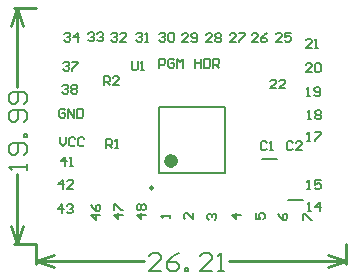
<source format=gto>
%FSLAX25Y25*%
%MOIN*%
G70*
G01*
G75*
G04 Layer_Color=65535*
%ADD10R,0.05906X0.05118*%
%ADD11O,0.06890X0.01181*%
%ADD12O,0.01181X0.06890*%
%ADD13R,0.05118X0.05906*%
%ADD14C,0.00700*%
%ADD15C,0.04724*%
%ADD16R,0.04724X0.04724*%
%ADD17R,0.04724X0.04724*%
%ADD18C,0.03150*%
%ADD19C,0.02362*%
%ADD20C,0.00984*%
%ADD21C,0.01000*%
%ADD22C,0.00787*%
%ADD23C,0.00500*%
%ADD24C,0.00600*%
D19*
X46054Y27622D02*
G03*
X46054Y27622I-1181J0D01*
G01*
D20*
X38869Y18666D02*
G03*
X38869Y18666I-492J0D01*
G01*
D21*
X-7605Y78691D02*
X0D01*
X-7605Y0D02*
X0D01*
X-6605Y52341D02*
Y78691D01*
Y0D02*
Y23150D01*
X-8605Y72691D02*
X-6605Y78691D01*
X-4605Y72691D01*
X-6605Y0D02*
X-4605Y6000D01*
X-8605D02*
X-6605Y0D01*
X103200Y-6610D02*
Y0D01*
X0Y-6610D02*
Y0D01*
X64096Y-5610D02*
X103200D01*
X0D02*
X35904D01*
X97200Y-3610D02*
X103200Y-5610D01*
X97200Y-7610D02*
X103200Y-5610D01*
X0D02*
X6000Y-7610D01*
X0Y-5610D02*
X6000Y-3610D01*
D22*
X83801Y14503D02*
X88919D01*
X62983Y23685D02*
Y45733D01*
X40936Y23685D02*
Y45733D01*
X62983D01*
X40936Y23685D02*
X62983D01*
X75101Y28289D02*
X80219D01*
D23*
X41021Y58763D02*
Y61762D01*
X42521D01*
X43021Y61262D01*
Y60263D01*
X42521Y59763D01*
X41021D01*
X46020Y61262D02*
X45520Y61762D01*
X44520D01*
X44020Y61262D01*
Y59263D01*
X44520Y58763D01*
X45520D01*
X46020Y59263D01*
Y60263D01*
X45020D01*
X47019Y58763D02*
Y61762D01*
X48019Y60763D01*
X49019Y61762D01*
Y58763D01*
X53017Y61762D02*
Y58763D01*
Y60263D01*
X55017D01*
Y61762D01*
Y58763D01*
X56016Y61762D02*
Y58763D01*
X57516D01*
X58016Y59263D01*
Y61262D01*
X57516Y61762D01*
X56016D01*
X59016Y58763D02*
Y61762D01*
X60515D01*
X61015Y61262D01*
Y60263D01*
X60515Y59763D01*
X59016D01*
X60015D02*
X61015Y58763D01*
X31760Y60908D02*
Y58409D01*
X32260Y57909D01*
X33259D01*
X33759Y58409D01*
Y60908D01*
X34759Y57909D02*
X35758D01*
X35259D01*
Y60908D01*
X34759Y60408D01*
X22460Y52909D02*
Y55908D01*
X23959D01*
X24459Y55408D01*
Y54408D01*
X23959Y53909D01*
X22460D01*
X23459D02*
X24459Y52909D01*
X27458D02*
X25459D01*
X27458Y54908D01*
Y55408D01*
X26958Y55908D01*
X25959D01*
X25459Y55408D01*
X23260Y31909D02*
Y34908D01*
X24759D01*
X25259Y34408D01*
Y33408D01*
X24759Y32909D01*
X23260D01*
X24259D02*
X25259Y31909D01*
X26259D02*
X27258D01*
X26759D01*
Y34908D01*
X26259Y34408D01*
X85459Y33683D02*
X84959Y34183D01*
X83960D01*
X83460Y33683D01*
Y31683D01*
X83960Y31184D01*
X84959D01*
X85459Y31683D01*
X88458Y31184D02*
X86459D01*
X88458Y33183D01*
Y33683D01*
X87958Y34183D01*
X86959D01*
X86459Y33683D01*
X76759Y33708D02*
X76259Y34208D01*
X75260D01*
X74760Y33708D01*
Y31709D01*
X75260Y31209D01*
X76259D01*
X76759Y31709D01*
X77759Y31209D02*
X78758D01*
X78259D01*
Y34208D01*
X77759Y33708D01*
X7989Y35449D02*
Y33450D01*
X8989Y32451D01*
X9989Y33450D01*
Y35449D01*
X12988Y34950D02*
X12488Y35449D01*
X11488D01*
X10988Y34950D01*
Y32950D01*
X11488Y32451D01*
X12488D01*
X12988Y32950D01*
X15987Y34950D02*
X15487Y35449D01*
X14487D01*
X13987Y34950D01*
Y32950D01*
X14487Y32451D01*
X15487D01*
X15987Y32950D01*
X9618Y44573D02*
X9118Y45073D01*
X8118D01*
X7618Y44573D01*
Y42574D01*
X8118Y42074D01*
X9118D01*
X9618Y42574D01*
Y43574D01*
X8618D01*
X10617Y42074D02*
Y45073D01*
X12617Y42074D01*
Y45073D01*
X13616D02*
Y42074D01*
X15116D01*
X15616Y42574D01*
Y44573D01*
X15116Y45073D01*
X13616D01*
X44620Y8607D02*
Y9606D01*
Y9106D01*
X41621D01*
X42121Y8607D01*
X52047Y10228D02*
Y8228D01*
X50048Y10228D01*
X49548D01*
X49048Y9728D01*
Y8728D01*
X49548Y8228D01*
X57520Y8051D02*
X57020Y8550D01*
Y9550D01*
X57520Y10050D01*
X58020D01*
X58520Y9550D01*
Y9050D01*
Y9550D01*
X59020Y10050D01*
X59520D01*
X60019Y9550D01*
Y8550D01*
X59520Y8051D01*
X68195Y9702D02*
X65196D01*
X66695Y8203D01*
Y10202D01*
X73168Y10126D02*
Y8127D01*
X74668D01*
X74168Y9127D01*
Y9626D01*
X74668Y10126D01*
X75667D01*
X76167Y9626D01*
Y8627D01*
X75667Y8127D01*
X80633Y9974D02*
X81132Y8974D01*
X82132Y7975D01*
X83132D01*
X83631Y8474D01*
Y9474D01*
X83132Y9974D01*
X82632D01*
X82132Y9474D01*
Y7975D01*
X88883Y8052D02*
Y10051D01*
X89383D01*
X91382Y8052D01*
X91882D01*
X90511Y10779D02*
X91510D01*
X91010D01*
Y13778D01*
X90511Y13278D01*
X94509Y10779D02*
Y13778D01*
X93010Y12279D01*
X95009D01*
X90309Y18130D02*
X91308D01*
X90809D01*
Y21129D01*
X90309Y20629D01*
X94807Y21129D02*
X92808D01*
Y19630D01*
X93808Y20130D01*
X94308D01*
X94807Y19630D01*
Y18630D01*
X94308Y18130D01*
X93308D01*
X92808Y18630D01*
X90360Y34151D02*
X91359D01*
X90859D01*
Y37150D01*
X90360Y36650D01*
X92859Y37150D02*
X94858D01*
Y36650D01*
X92859Y34650D01*
Y34151D01*
X90385Y41590D02*
X91385D01*
X90885D01*
Y44589D01*
X90385Y44089D01*
X92884D02*
X93384Y44589D01*
X94384D01*
X94883Y44089D01*
Y43589D01*
X94384Y43089D01*
X94883Y42589D01*
Y42090D01*
X94384Y41590D01*
X93384D01*
X92884Y42090D01*
Y42589D01*
X93384Y43089D01*
X92884Y43589D01*
Y44089D01*
X93384Y43089D02*
X94384D01*
X90080Y49232D02*
X91080D01*
X90580D01*
Y52231D01*
X90080Y51731D01*
X92580Y49732D02*
X93079Y49232D01*
X94079D01*
X94579Y49732D01*
Y51731D01*
X94079Y52231D01*
X93079D01*
X92580Y51731D01*
Y51231D01*
X93079Y50731D01*
X94579D01*
X91826Y57229D02*
X89826D01*
X91826Y59229D01*
Y59729D01*
X91326Y60228D01*
X90326D01*
X89826Y59729D01*
X92825D02*
X93325Y60228D01*
X94325D01*
X94825Y59729D01*
Y57729D01*
X94325Y57229D01*
X93325D01*
X92825Y57729D01*
Y59729D01*
X91800Y65405D02*
X89801D01*
X91800Y67404D01*
Y67904D01*
X91300Y68404D01*
X90301D01*
X89801Y67904D01*
X92800Y65405D02*
X93800D01*
X93300D01*
Y68404D01*
X92800Y67904D01*
X79893Y51771D02*
X77894D01*
X79893Y53770D01*
Y54270D01*
X79393Y54770D01*
X78393D01*
X77894Y54270D01*
X82892Y51771D02*
X80892D01*
X82892Y53770D01*
Y54270D01*
X82392Y54770D01*
X81392D01*
X80892Y54270D01*
X81764Y67301D02*
X79764D01*
X81764Y69301D01*
Y69800D01*
X81264Y70300D01*
X80264D01*
X79764Y69800D01*
X84763Y70300D02*
X82763D01*
Y68801D01*
X83763Y69301D01*
X84263D01*
X84763Y68801D01*
Y67801D01*
X84263Y67301D01*
X83263D01*
X82763Y67801D01*
X73855Y67255D02*
X71856D01*
X73855Y69254D01*
Y69754D01*
X73356Y70254D01*
X72356D01*
X71856Y69754D01*
X76854Y70254D02*
X75855Y69754D01*
X74855Y68754D01*
Y67754D01*
X75355Y67255D01*
X76354D01*
X76854Y67754D01*
Y68254D01*
X76354Y68754D01*
X74855D01*
X66505Y67115D02*
X64506D01*
X66505Y69114D01*
Y69614D01*
X66005Y70114D01*
X65006D01*
X64506Y69614D01*
X67505Y70114D02*
X69504D01*
Y69614D01*
X67505Y67615D01*
Y67115D01*
X58689Y67161D02*
X56690D01*
X58689Y69160D01*
Y69660D01*
X58189Y70160D01*
X57189D01*
X56690Y69660D01*
X59689D02*
X60188Y70160D01*
X61188D01*
X61688Y69660D01*
Y69160D01*
X61188Y68660D01*
X61688Y68160D01*
Y67660D01*
X61188Y67161D01*
X60188D01*
X59689Y67660D01*
Y68160D01*
X60188Y68660D01*
X59689Y69160D01*
Y69660D01*
X60188Y68660D02*
X61188D01*
X50549Y67208D02*
X48549D01*
X50549Y69207D01*
Y69707D01*
X50049Y70207D01*
X49049D01*
X48549Y69707D01*
X51548Y67708D02*
X52048Y67208D01*
X53048D01*
X53548Y67708D01*
Y69707D01*
X53048Y70207D01*
X52048D01*
X51548Y69707D01*
Y69207D01*
X52048Y68708D01*
X53548D01*
X40874Y69893D02*
X41373Y70393D01*
X42373D01*
X42873Y69893D01*
Y69394D01*
X42373Y68894D01*
X41873D01*
X42373D01*
X42873Y68394D01*
Y67894D01*
X42373Y67394D01*
X41373D01*
X40874Y67894D01*
X43872Y69893D02*
X44372Y70393D01*
X45372D01*
X45872Y69893D01*
Y67894D01*
X45372Y67394D01*
X44372D01*
X43872Y67894D01*
Y69893D01*
X33291Y69847D02*
X33790Y70347D01*
X34790D01*
X35290Y69847D01*
Y69347D01*
X34790Y68847D01*
X34290D01*
X34790D01*
X35290Y68347D01*
Y67848D01*
X34790Y67348D01*
X33790D01*
X33291Y67848D01*
X36290Y67348D02*
X37289D01*
X36790D01*
Y70347D01*
X36290Y69847D01*
X24870Y69847D02*
X25370Y70347D01*
X26370D01*
X26870Y69847D01*
Y69347D01*
X26370Y68847D01*
X25870D01*
X26370D01*
X26870Y68347D01*
Y67847D01*
X26370Y67348D01*
X25370D01*
X24870Y67847D01*
X29869Y67348D02*
X27869D01*
X29869Y69347D01*
Y69847D01*
X29369Y70347D01*
X28369D01*
X27869Y69847D01*
X17241Y69986D02*
X17741Y70486D01*
X18741D01*
X19241Y69986D01*
Y69486D01*
X18741Y68987D01*
X18241D01*
X18741D01*
X19241Y68487D01*
Y67987D01*
X18741Y67487D01*
X17741D01*
X17241Y67987D01*
X20240Y69986D02*
X20740Y70486D01*
X21740D01*
X22240Y69986D01*
Y69486D01*
X21740Y68987D01*
X21240D01*
X21740D01*
X22240Y68487D01*
Y67987D01*
X21740Y67487D01*
X20740D01*
X20240Y67987D01*
X9333Y69800D02*
X9832Y70300D01*
X10832D01*
X11332Y69800D01*
Y69301D01*
X10832Y68801D01*
X10332D01*
X10832D01*
X11332Y68301D01*
Y67801D01*
X10832Y67301D01*
X9832D01*
X9333Y67801D01*
X13831Y67301D02*
Y70300D01*
X12332Y68801D01*
X14331D01*
X9007Y60217D02*
X9507Y60717D01*
X10507D01*
X11006Y60217D01*
Y59717D01*
X10507Y59218D01*
X10007D01*
X10507D01*
X11006Y58718D01*
Y58218D01*
X10507Y57718D01*
X9507D01*
X9007Y58218D01*
X12006Y60717D02*
X14006D01*
Y60217D01*
X12006Y58218D01*
Y57718D01*
X8681Y52495D02*
X9181Y52995D01*
X10181D01*
X10681Y52495D01*
Y51995D01*
X10181Y51495D01*
X9681D01*
X10181D01*
X10681Y50995D01*
Y50495D01*
X10181Y49996D01*
X9181D01*
X8681Y50495D01*
X11680Y52495D02*
X12180Y52995D01*
X13180D01*
X13680Y52495D01*
Y51995D01*
X13180Y51495D01*
X13680Y50995D01*
Y50495D01*
X13180Y49996D01*
X12180D01*
X11680Y50495D01*
Y50995D01*
X12180Y51495D01*
X11680Y51995D01*
Y52495D01*
X12180Y51495D02*
X13180D01*
X9576Y26038D02*
Y29037D01*
X8077Y27537D01*
X10076D01*
X11076Y26038D02*
X12075D01*
X11576D01*
Y29037D01*
X11076Y28537D01*
X8785Y18315D02*
Y21314D01*
X7286Y19815D01*
X9285D01*
X12284Y18315D02*
X10285D01*
X12284Y20315D01*
Y20814D01*
X11784Y21314D01*
X10785D01*
X10285Y20814D01*
X8691Y10127D02*
Y13126D01*
X7192Y11626D01*
X9191D01*
X10191Y12626D02*
X10691Y13126D01*
X11690D01*
X12190Y12626D01*
Y12126D01*
X11690Y11626D01*
X11191D01*
X11690D01*
X12190Y11127D01*
Y10627D01*
X11690Y10127D01*
X10691D01*
X10191Y10627D01*
X21242Y9487D02*
X18243D01*
X19742Y7988D01*
Y9987D01*
X18243Y12986D02*
X18743Y11986D01*
X19742Y10987D01*
X20742D01*
X21242Y11487D01*
Y12486D01*
X20742Y12986D01*
X20242D01*
X19742Y12486D01*
Y10987D01*
X28732Y9766D02*
X25733D01*
X27232Y8267D01*
Y10266D01*
X25733Y11266D02*
Y13265D01*
X26232D01*
X28232Y11266D01*
X28732D01*
X36454Y9673D02*
X33455D01*
X34955Y8174D01*
Y10173D01*
X33955Y11173D02*
X33455Y11673D01*
Y12672D01*
X33955Y13172D01*
X34455D01*
X34955Y12672D01*
X35454Y13172D01*
X35954D01*
X36454Y12672D01*
Y11673D01*
X35954Y11173D01*
X35454D01*
X34955Y11673D01*
X34455Y11173D01*
X33955D01*
X34955Y11673D02*
Y12672D01*
D24*
X-3006Y24750D02*
Y26749D01*
Y25749D01*
X-9004D01*
X-8004Y24750D01*
X-4005Y29748D02*
X-3006Y30748D01*
Y32747D01*
X-4005Y33747D01*
X-8004D01*
X-9004Y32747D01*
Y30748D01*
X-8004Y29748D01*
X-7004D01*
X-6005Y30748D01*
Y33747D01*
X-3006Y35746D02*
X-4005D01*
Y36746D01*
X-3006D01*
Y35746D01*
X-4005Y40745D02*
X-3006Y41744D01*
Y43744D01*
X-4005Y44743D01*
X-8004D01*
X-9004Y43744D01*
Y41744D01*
X-8004Y40745D01*
X-7004D01*
X-6005Y41744D01*
Y44743D01*
X-4005Y46743D02*
X-3006Y47742D01*
Y49742D01*
X-4005Y50741D01*
X-8004D01*
X-9004Y49742D01*
Y47742D01*
X-8004Y46743D01*
X-7004D01*
X-6005Y47742D01*
Y50741D01*
X41503Y-9209D02*
X37504D01*
X41503Y-5210D01*
Y-4211D01*
X40503Y-3211D01*
X38504D01*
X37504Y-4211D01*
X47501Y-3211D02*
X45501Y-4211D01*
X43502Y-6210D01*
Y-8209D01*
X44502Y-9209D01*
X46501D01*
X47501Y-8209D01*
Y-7210D01*
X46501Y-6210D01*
X43502D01*
X49500Y-9209D02*
Y-8209D01*
X50500D01*
Y-9209D01*
X49500D01*
X58497D02*
X54498D01*
X58497Y-5210D01*
Y-4211D01*
X57498Y-3211D01*
X55498D01*
X54498Y-4211D01*
X60497Y-9209D02*
X62496D01*
X61496D01*
Y-3211D01*
X60497Y-4211D01*
M02*

</source>
